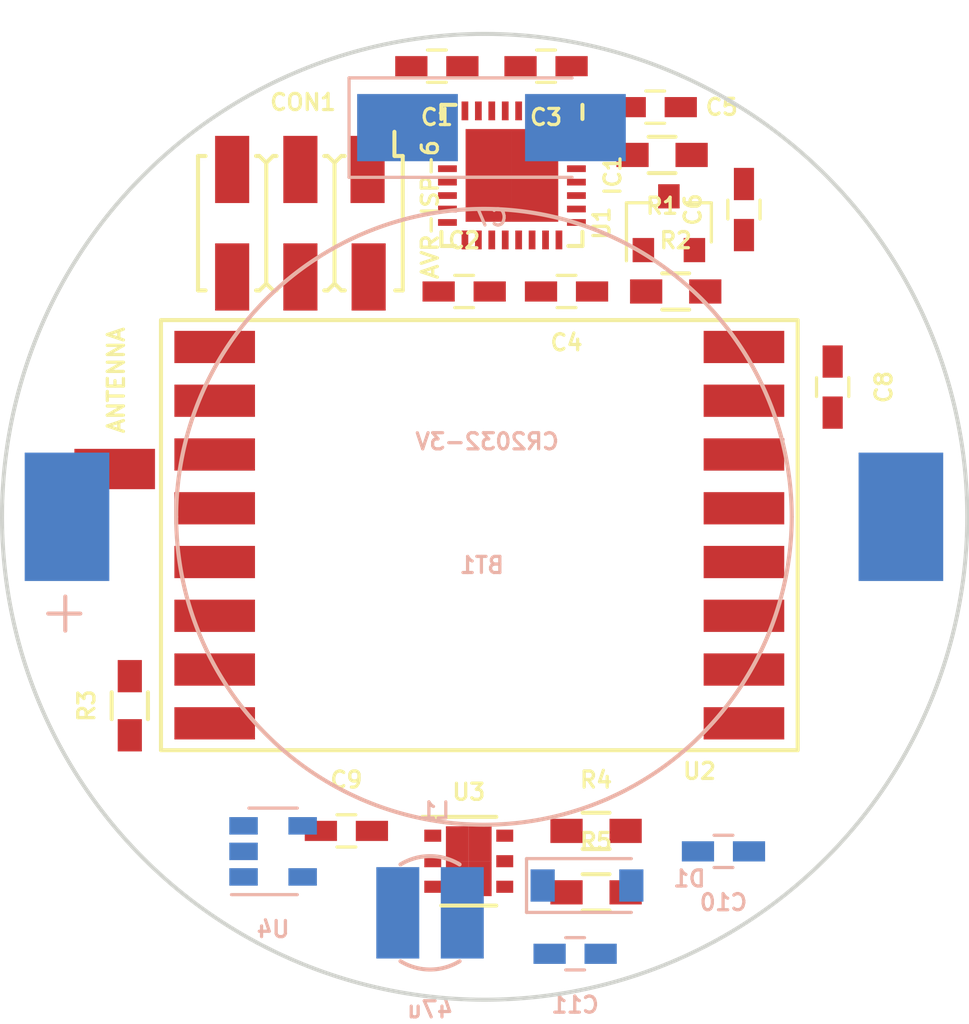
<source format=kicad_pcb>
(kicad_pcb (version 20160815) (host pcbnew no-vcs-found-7492~57~ubuntu16.04.1)

  (general
    (links 66)
    (no_connects 66)
    (area 98.800895 68.828895 134.879105 104.907105)
    (thickness 1.6)
    (drawings 1)
    (tracks 0)
    (zones 0)
    (modules 26)
    (nets 16)
  )

  (page A4)
  (layers
    (0 F.Cu signal)
    (31 B.Cu signal)
    (32 B.Adhes user)
    (33 F.Adhes user)
    (34 B.Paste user)
    (35 F.Paste user)
    (36 B.SilkS user)
    (37 F.SilkS user)
    (38 B.Mask user)
    (39 F.Mask user)
    (40 Dwgs.User user)
    (41 Cmts.User user)
    (42 Eco1.User user)
    (43 Eco2.User user)
    (44 Edge.Cuts user)
    (45 Margin user)
    (46 B.CrtYd user)
    (47 F.CrtYd user)
    (48 B.Fab user)
    (49 F.Fab user)
  )

  (setup
    (last_trace_width 0.25)
    (trace_clearance 0.25)
    (zone_clearance 0.508)
    (zone_45_only no)
    (trace_min 0.2)
    (segment_width 0.2)
    (edge_width 0.15)
    (via_size 0.8)
    (via_drill 0.4)
    (via_min_size 0.4)
    (via_min_drill 0.3)
    (uvia_size 0.3)
    (uvia_drill 0.1)
    (uvias_allowed no)
    (uvia_min_size 0.2)
    (uvia_min_drill 0.1)
    (pcb_text_width 0.3)
    (pcb_text_size 1.5 1.5)
    (mod_edge_width 0.15)
    (mod_text_size 0.6 0.6)
    (mod_text_width 0.12)
    (pad_size 1.524 1.524)
    (pad_drill 0.762)
    (pad_to_mask_clearance 0.2)
    (aux_axis_origin 0 0)
    (visible_elements FFFFFF7F)
    (pcbplotparams
      (layerselection 0x00030_ffffffff)
      (usegerberextensions false)
      (excludeedgelayer true)
      (linewidth 0.100000)
      (plotframeref false)
      (viasonmask false)
      (mode 1)
      (useauxorigin false)
      (hpglpennumber 1)
      (hpglpenspeed 20)
      (hpglpendiameter 15)
      (psnegative false)
      (psa4output false)
      (plotreference true)
      (plotvalue true)
      (plotinvisibletext false)
      (padsonsilk false)
      (subtractmaskfromsilk false)
      (outputformat 1)
      (mirror false)
      (drillshape 1)
      (scaleselection 1)
      (outputdirectory ""))
  )

  (net 0 "")
  (net 1 GND)
  (net 2 "Net-(C4-Pad2)")
  (net 3 /RST)
  (net 4 +3V3)
  (net 5 /MISO)
  (net 6 /SCK)
  (net 7 /MOSI)
  (net 8 /RFM69W_INT)
  (net 9 /RFM69W_SS)
  (net 10 "Net-(P1-Pad1)")
  (net 11 /ATSHA204A)
  (net 12 /V_BATT)
  (net 13 "Net-(D1-Pad2)")
  (net 14 /SI7021_SCL)
  (net 15 /SI7021_SDA)

  (net_class Default "This is the default net class."
    (clearance 0.25)
    (trace_width 0.25)
    (via_dia 0.8)
    (via_drill 0.4)
    (uvia_dia 0.3)
    (uvia_drill 0.1)
    (add_net +3V3)
    (add_net /ATSHA204A)
    (add_net /MISO)
    (add_net /MOSI)
    (add_net /RFM69W_INT)
    (add_net /RFM69W_SS)
    (add_net /RST)
    (add_net /SCK)
    (add_net /SI7021_SCL)
    (add_net /SI7021_SDA)
    (add_net /V_BATT)
    (add_net GND)
    (add_net "Net-(C4-Pad2)")
    (add_net "Net-(D1-Pad2)")
    (add_net "Net-(P1-Pad1)")
  )

  (module myfootprints:SDR0302 (layer B.Cu) (tedit 58823513) (tstamp 58823BC2)
    (at 114.808 101.6)
    (path /58827965)
    (attr smd)
    (fp_text reference L1 (at 0.2 -3.8) (layer B.SilkS)
      (effects (font (size 0.6 0.6) (thickness 0.12)) (justify mirror))
    )
    (fp_text value 47u (at 0 3.6) (layer B.SilkS)
      (effects (font (size 0.6 0.6) (thickness 0.12)) (justify mirror))
    )
    (fp_arc (start 0 0) (end 1.1 -1.8) (angle -62.85913123) (layer B.SilkS) (width 0.15))
    (fp_arc (start 0 0) (end -1.1 1.8) (angle -62.85913123) (layer B.SilkS) (width 0.15))
    (pad 1 smd rect (at -1.2 0) (size 1.6 3.4) (layers B.Cu B.Paste B.Mask)
      (net 12 /V_BATT))
    (pad 2 smd rect (at 1.2 0) (size 1.6 3.4) (layers B.Cu B.Paste B.Mask)
      (net 13 "Net-(D1-Pad2)"))
    (model ${KISYS3DMOD}/Inductors.3dshapes/SDR0302.wrl
      (at (xyz 0 0 0))
      (scale (xyz 1 1 1))
      (rotate (xyz 0 0 0))
    )
  )

  (module Capacitors_Tantalum_SMD:CP_Tantalum_Case-C_EIA-6032-28_Hand (layer B.Cu) (tedit 57B6E980) (tstamp 5882006C)
    (at 117.094 72.39)
    (descr "Tantalum capacitor, Case C, EIA 6032-28, 6.0x3.2x2.5mm, Hand soldering footprint")
    (tags "capacitor tantalum smd")
    (path /58822239)
    (attr smd)
    (fp_text reference C7 (at 0 3.35) (layer B.SilkS)
      (effects (font (size 0.6 0.6) (thickness 0.12)) (justify mirror))
    )
    (fp_text value 220u (at 0 -3.35) (layer B.Fab)
      (effects (font (size 0.6 0.6) (thickness 0.12)) (justify mirror))
    )
    (fp_line (start -5.4 2) (end -5.4 -2) (layer B.CrtYd) (width 0.05))
    (fp_line (start -5.4 -2) (end 5.4 -2) (layer B.CrtYd) (width 0.05))
    (fp_line (start 5.4 -2) (end 5.4 2) (layer B.CrtYd) (width 0.05))
    (fp_line (start 5.4 2) (end -5.4 2) (layer B.CrtYd) (width 0.05))
    (fp_line (start -3 1.6) (end -3 -1.6) (layer B.Fab) (width 0.1))
    (fp_line (start -3 -1.6) (end 3 -1.6) (layer B.Fab) (width 0.1))
    (fp_line (start 3 -1.6) (end 3 1.6) (layer B.Fab) (width 0.1))
    (fp_line (start 3 1.6) (end -3 1.6) (layer B.Fab) (width 0.1))
    (fp_line (start -2.4 1.6) (end -2.4 -1.6) (layer B.Fab) (width 0.1))
    (fp_line (start -2.1 1.6) (end -2.1 -1.6) (layer B.Fab) (width 0.1))
    (fp_line (start -5.3 1.85) (end 3 1.85) (layer B.SilkS) (width 0.12))
    (fp_line (start -5.3 -1.85) (end 3 -1.85) (layer B.SilkS) (width 0.12))
    (fp_line (start -5.3 1.85) (end -5.3 -1.85) (layer B.SilkS) (width 0.12))
    (pad 1 smd rect (at -3.125 0) (size 3.75 2.5) (layers B.Cu B.Paste B.Mask)
      (net 4 +3V3))
    (pad 2 smd rect (at 3.125 0) (size 3.75 2.5) (layers B.Cu B.Paste B.Mask)
      (net 1 GND))
    (model ${KISYS3DMOD}/Capacitors_Tantalum_SMD.3dshapes/TantalC_SizeC_EIA-6032_HandSoldering.wrl
      (at (xyz 0 0 0))
      (scale (xyz 1 1 1))
      (rotate (xyz 0 0 0))
    )
  )

  (module mysensors_radios:RFM69HW_SMD_Handsoldering (layer F.Cu) (tedit 558806AF) (tstamp 58820133)
    (at 125.092 94.55 180)
    (descr RFM69HW)
    (tags "RFM69HW, RF69")
    (path /587E1FFA)
    (fp_text reference U2 (at 0.254 -1.778 180) (layer F.SilkS)
      (effects (font (size 0.6 0.6) (thickness 0.12)))
    )
    (fp_text value RFM69W (at 8.382 7.112 180) (layer F.Fab) hide
      (effects (font (size 0.6 0.6) (thickness 0.12)))
    )
    (fp_line (start -3.4 -1) (end 20.3 -1) (layer B.CrtYd) (width 0.15))
    (fp_line (start -3.4 15) (end 20.3 15) (layer B.CrtYd) (width 0.15))
    (fp_line (start -3.4 -1) (end -3.4 15) (layer B.CrtYd) (width 0.15))
    (fp_line (start 20.3 -1) (end 20.3 15) (layer B.CrtYd) (width 0.15))
    (fp_line (start -3.4 -1) (end 20.3 -1) (layer F.CrtYd) (width 0.15))
    (fp_line (start -3.4 -1) (end -3.4 15) (layer F.CrtYd) (width 0.15))
    (fp_line (start 20.3 -1) (end 20.3 15) (layer F.CrtYd) (width 0.15))
    (fp_line (start -3.4 15) (end 20.3 15) (layer F.CrtYd) (width 0.15))
    (fp_line (start -3.4 -1) (end 20.3 -1) (layer F.SilkS) (width 0.15))
    (fp_line (start 20.3 -1) (end 20.3 15) (layer F.SilkS) (width 0.15))
    (fp_line (start 20.3 15) (end -3.4 15) (layer F.SilkS) (width 0.15))
    (fp_line (start -3.4 15) (end -3.4 -1) (layer F.SilkS) (width 0.15))
    (pad 16 smd rect (at 18.3 0 180) (size 3 1.2) (layers F.Cu F.Paste F.Mask))
    (pad 15 smd rect (at 18.3 2 180) (size 3 1.2) (layers F.Cu F.Paste F.Mask)
      (net 9 /RFM69W_SS))
    (pad 14 smd rect (at 18.3 4 180) (size 3 1.2) (layers F.Cu F.Paste F.Mask)
      (net 7 /MOSI))
    (pad 13 smd rect (at 18.3 6 180) (size 3 1.2) (layers F.Cu F.Paste F.Mask)
      (net 5 /MISO))
    (pad 12 smd rect (at 18.3 8 180) (size 3 1.2) (layers F.Cu F.Paste F.Mask)
      (net 6 /SCK))
    (pad 11 smd rect (at 18.3 10 180) (size 3 1.2) (layers F.Cu F.Paste F.Mask)
      (net 1 GND))
    (pad 10 smd rect (at 18.3 12 180) (size 3 1.2) (layers F.Cu F.Paste F.Mask)
      (net 10 "Net-(P1-Pad1)"))
    (pad 9 smd rect (at 18.3 14 180) (size 3 1.2) (layers F.Cu F.Paste F.Mask)
      (net 1 GND))
    (pad 8 smd rect (at -1.4 14 180) (size 3 1.2) (layers F.Cu F.Paste F.Mask)
      (net 4 +3V3))
    (pad 7 smd rect (at -1.4 12 180) (size 3 1.2) (layers F.Cu F.Paste F.Mask))
    (pad 6 smd rect (at -1.4 10 180) (size 3 1.2) (layers F.Cu F.Paste F.Mask))
    (pad 5 smd rect (at -1.4 8 180) (size 3 1.2) (layers F.Cu F.Paste F.Mask))
    (pad 4 smd rect (at -1.4 6 180) (size 3 1.2) (layers F.Cu F.Paste F.Mask))
    (pad 3 smd rect (at -1.4 4 180) (size 3 1.2) (layers F.Cu F.Paste F.Mask))
    (pad 2 smd rect (at -1.4 2 180) (size 3 1.2) (layers F.Cu F.Paste F.Mask)
      (net 8 /RFM69W_INT))
    (pad 1 smd rect (at -1.4 0 180) (size 3 1.2) (layers F.Cu F.Paste F.Mask))
    (model ${KISYS3DMOD}/Radio_Modules.3dshapes/RFM69W.wrl
      (at (xyz 0 0 0))
      (scale (xyz 1 1 1))
      (rotate (xyz 0 0 0))
    )
  )

  (module Capacitors_SMD:C_0603_HandSoldering (layer F.Cu) (tedit 541A9B4D) (tstamp 5882000C)
    (at 115.062 70.104 180)
    (descr "Capacitor SMD 0603, hand soldering")
    (tags "capacitor 0603")
    (path /575E8F9B)
    (attr smd)
    (fp_text reference C1 (at 0 -1.9 180) (layer F.SilkS)
      (effects (font (size 0.6 0.6) (thickness 0.12)))
    )
    (fp_text value 100n (at 0 1.9 180) (layer F.Fab)
      (effects (font (size 0.6 0.6) (thickness 0.12)))
    )
    (fp_line (start 0.35 0.6) (end -0.35 0.6) (layer F.SilkS) (width 0.12))
    (fp_line (start -0.35 -0.6) (end 0.35 -0.6) (layer F.SilkS) (width 0.12))
    (fp_line (start 1.85 -0.75) (end 1.85 0.75) (layer F.CrtYd) (width 0.05))
    (fp_line (start -1.85 -0.75) (end -1.85 0.75) (layer F.CrtYd) (width 0.05))
    (fp_line (start -1.85 0.75) (end 1.85 0.75) (layer F.CrtYd) (width 0.05))
    (fp_line (start -1.85 -0.75) (end 1.85 -0.75) (layer F.CrtYd) (width 0.05))
    (fp_line (start -0.8 -0.4) (end 0.8 -0.4) (layer F.Fab) (width 0.1))
    (fp_line (start 0.8 -0.4) (end 0.8 0.4) (layer F.Fab) (width 0.1))
    (fp_line (start 0.8 0.4) (end -0.8 0.4) (layer F.Fab) (width 0.1))
    (fp_line (start -0.8 0.4) (end -0.8 -0.4) (layer F.Fab) (width 0.1))
    (pad 2 smd rect (at 0.95 0 180) (size 1.2 0.75) (layers F.Cu F.Paste F.Mask)
      (net 1 GND))
    (pad 1 smd rect (at -0.95 0 180) (size 1.2 0.75) (layers F.Cu F.Paste F.Mask)
      (net 4 +3V3))
    (model Capacitors_SMD.3dshapes/C_0603_HandSoldering.wrl
      (at (xyz 0 0 0))
      (scale (xyz 1 1 1))
      (rotate (xyz 0 0 0))
    )
  )

  (module Capacitors_SMD:C_0603_HandSoldering (layer F.Cu) (tedit 541A9B4D) (tstamp 5882001C)
    (at 116.078 78.486)
    (descr "Capacitor SMD 0603, hand soldering")
    (tags "capacitor 0603")
    (path /575E8F25)
    (attr smd)
    (fp_text reference C2 (at 0 -1.9) (layer F.SilkS)
      (effects (font (size 0.6 0.6) (thickness 0.12)))
    )
    (fp_text value 100n (at 0 1.9) (layer F.Fab)
      (effects (font (size 0.6 0.6) (thickness 0.12)))
    )
    (fp_line (start -0.8 0.4) (end -0.8 -0.4) (layer F.Fab) (width 0.1))
    (fp_line (start 0.8 0.4) (end -0.8 0.4) (layer F.Fab) (width 0.1))
    (fp_line (start 0.8 -0.4) (end 0.8 0.4) (layer F.Fab) (width 0.1))
    (fp_line (start -0.8 -0.4) (end 0.8 -0.4) (layer F.Fab) (width 0.1))
    (fp_line (start -1.85 -0.75) (end 1.85 -0.75) (layer F.CrtYd) (width 0.05))
    (fp_line (start -1.85 0.75) (end 1.85 0.75) (layer F.CrtYd) (width 0.05))
    (fp_line (start -1.85 -0.75) (end -1.85 0.75) (layer F.CrtYd) (width 0.05))
    (fp_line (start 1.85 -0.75) (end 1.85 0.75) (layer F.CrtYd) (width 0.05))
    (fp_line (start -0.35 -0.6) (end 0.35 -0.6) (layer F.SilkS) (width 0.12))
    (fp_line (start 0.35 0.6) (end -0.35 0.6) (layer F.SilkS) (width 0.12))
    (pad 1 smd rect (at -0.95 0) (size 1.2 0.75) (layers F.Cu F.Paste F.Mask)
      (net 1 GND))
    (pad 2 smd rect (at 0.95 0) (size 1.2 0.75) (layers F.Cu F.Paste F.Mask)
      (net 4 +3V3))
    (model Capacitors_SMD.3dshapes/C_0603_HandSoldering.wrl
      (at (xyz 0 0 0))
      (scale (xyz 1 1 1))
      (rotate (xyz 0 0 0))
    )
  )

  (module Capacitors_SMD:C_0603_HandSoldering (layer F.Cu) (tedit 541A9B4D) (tstamp 5882002C)
    (at 119.126 70.104 180)
    (descr "Capacitor SMD 0603, hand soldering")
    (tags "capacitor 0603")
    (path /575E8FDA)
    (attr smd)
    (fp_text reference C3 (at 0 -1.9 180) (layer F.SilkS)
      (effects (font (size 0.6 0.6) (thickness 0.12)))
    )
    (fp_text value 100n (at 0 1.9 180) (layer F.Fab)
      (effects (font (size 0.6 0.6) (thickness 0.12)))
    )
    (fp_line (start -0.8 0.4) (end -0.8 -0.4) (layer F.Fab) (width 0.1))
    (fp_line (start 0.8 0.4) (end -0.8 0.4) (layer F.Fab) (width 0.1))
    (fp_line (start 0.8 -0.4) (end 0.8 0.4) (layer F.Fab) (width 0.1))
    (fp_line (start -0.8 -0.4) (end 0.8 -0.4) (layer F.Fab) (width 0.1))
    (fp_line (start -1.85 -0.75) (end 1.85 -0.75) (layer F.CrtYd) (width 0.05))
    (fp_line (start -1.85 0.75) (end 1.85 0.75) (layer F.CrtYd) (width 0.05))
    (fp_line (start -1.85 -0.75) (end -1.85 0.75) (layer F.CrtYd) (width 0.05))
    (fp_line (start 1.85 -0.75) (end 1.85 0.75) (layer F.CrtYd) (width 0.05))
    (fp_line (start -0.35 -0.6) (end 0.35 -0.6) (layer F.SilkS) (width 0.12))
    (fp_line (start 0.35 0.6) (end -0.35 0.6) (layer F.SilkS) (width 0.12))
    (pad 1 smd rect (at -0.95 0 180) (size 1.2 0.75) (layers F.Cu F.Paste F.Mask)
      (net 1 GND))
    (pad 2 smd rect (at 0.95 0 180) (size 1.2 0.75) (layers F.Cu F.Paste F.Mask)
      (net 4 +3V3))
    (model Capacitors_SMD.3dshapes/C_0603_HandSoldering.wrl
      (at (xyz 0 0 0))
      (scale (xyz 1 1 1))
      (rotate (xyz 0 0 0))
    )
  )

  (module Capacitors_SMD:C_0603_HandSoldering (layer F.Cu) (tedit 541A9B4D) (tstamp 5882003C)
    (at 119.888 78.486 180)
    (descr "Capacitor SMD 0603, hand soldering")
    (tags "capacitor 0603")
    (path /575E8444)
    (attr smd)
    (fp_text reference C4 (at 0 -1.9 180) (layer F.SilkS)
      (effects (font (size 0.6 0.6) (thickness 0.12)))
    )
    (fp_text value 100n (at 0 1.9 180) (layer F.Fab)
      (effects (font (size 0.6 0.6) (thickness 0.12)))
    )
    (fp_line (start 0.35 0.6) (end -0.35 0.6) (layer F.SilkS) (width 0.12))
    (fp_line (start -0.35 -0.6) (end 0.35 -0.6) (layer F.SilkS) (width 0.12))
    (fp_line (start 1.85 -0.75) (end 1.85 0.75) (layer F.CrtYd) (width 0.05))
    (fp_line (start -1.85 -0.75) (end -1.85 0.75) (layer F.CrtYd) (width 0.05))
    (fp_line (start -1.85 0.75) (end 1.85 0.75) (layer F.CrtYd) (width 0.05))
    (fp_line (start -1.85 -0.75) (end 1.85 -0.75) (layer F.CrtYd) (width 0.05))
    (fp_line (start -0.8 -0.4) (end 0.8 -0.4) (layer F.Fab) (width 0.1))
    (fp_line (start 0.8 -0.4) (end 0.8 0.4) (layer F.Fab) (width 0.1))
    (fp_line (start 0.8 0.4) (end -0.8 0.4) (layer F.Fab) (width 0.1))
    (fp_line (start -0.8 0.4) (end -0.8 -0.4) (layer F.Fab) (width 0.1))
    (pad 2 smd rect (at 0.95 0 180) (size 1.2 0.75) (layers F.Cu F.Paste F.Mask)
      (net 2 "Net-(C4-Pad2)"))
    (pad 1 smd rect (at -0.95 0 180) (size 1.2 0.75) (layers F.Cu F.Paste F.Mask)
      (net 1 GND))
    (model Capacitors_SMD.3dshapes/C_0603_HandSoldering.wrl
      (at (xyz 0 0 0))
      (scale (xyz 1 1 1))
      (rotate (xyz 0 0 0))
    )
  )

  (module Capacitors_SMD:C_0603_HandSoldering (layer F.Cu) (tedit 541A9B4D) (tstamp 5882004C)
    (at 123.19 71.628 180)
    (descr "Capacitor SMD 0603, hand soldering")
    (tags "capacitor 0603")
    (path /575EA846)
    (attr smd)
    (fp_text reference C5 (at -2.474 0 180) (layer F.SilkS)
      (effects (font (size 0.6 0.6) (thickness 0.12)))
    )
    (fp_text value 100n (at 0 1.9 180) (layer F.Fab)
      (effects (font (size 0.6 0.6) (thickness 0.12)))
    )
    (fp_line (start 0.35 0.6) (end -0.35 0.6) (layer F.SilkS) (width 0.12))
    (fp_line (start -0.35 -0.6) (end 0.35 -0.6) (layer F.SilkS) (width 0.12))
    (fp_line (start 1.85 -0.75) (end 1.85 0.75) (layer F.CrtYd) (width 0.05))
    (fp_line (start -1.85 -0.75) (end -1.85 0.75) (layer F.CrtYd) (width 0.05))
    (fp_line (start -1.85 0.75) (end 1.85 0.75) (layer F.CrtYd) (width 0.05))
    (fp_line (start -1.85 -0.75) (end 1.85 -0.75) (layer F.CrtYd) (width 0.05))
    (fp_line (start -0.8 -0.4) (end 0.8 -0.4) (layer F.Fab) (width 0.1))
    (fp_line (start 0.8 -0.4) (end 0.8 0.4) (layer F.Fab) (width 0.1))
    (fp_line (start 0.8 0.4) (end -0.8 0.4) (layer F.Fab) (width 0.1))
    (fp_line (start -0.8 0.4) (end -0.8 -0.4) (layer F.Fab) (width 0.1))
    (pad 2 smd rect (at 0.95 0 180) (size 1.2 0.75) (layers F.Cu F.Paste F.Mask)
      (net 3 /RST))
    (pad 1 smd rect (at -0.95 0 180) (size 1.2 0.75) (layers F.Cu F.Paste F.Mask)
      (net 1 GND))
    (model Capacitors_SMD.3dshapes/C_0603_HandSoldering.wrl
      (at (xyz 0 0 0))
      (scale (xyz 1 1 1))
      (rotate (xyz 0 0 0))
    )
  )

  (module Capacitors_SMD:C_0603_HandSoldering (layer F.Cu) (tedit 541A9B4D) (tstamp 5882005C)
    (at 126.492 75.438 90)
    (descr "Capacitor SMD 0603, hand soldering")
    (tags "capacitor 0603")
    (path /587E254A)
    (attr smd)
    (fp_text reference C6 (at 0 -1.9 90) (layer F.SilkS)
      (effects (font (size 0.6 0.6) (thickness 0.12)))
    )
    (fp_text value 100n (at 0 1.9 90) (layer F.Fab)
      (effects (font (size 0.6 0.6) (thickness 0.12)))
    )
    (fp_line (start 0.35 0.6) (end -0.35 0.6) (layer F.SilkS) (width 0.12))
    (fp_line (start -0.35 -0.6) (end 0.35 -0.6) (layer F.SilkS) (width 0.12))
    (fp_line (start 1.85 -0.75) (end 1.85 0.75) (layer F.CrtYd) (width 0.05))
    (fp_line (start -1.85 -0.75) (end -1.85 0.75) (layer F.CrtYd) (width 0.05))
    (fp_line (start -1.85 0.75) (end 1.85 0.75) (layer F.CrtYd) (width 0.05))
    (fp_line (start -1.85 -0.75) (end 1.85 -0.75) (layer F.CrtYd) (width 0.05))
    (fp_line (start -0.8 -0.4) (end 0.8 -0.4) (layer F.Fab) (width 0.1))
    (fp_line (start 0.8 -0.4) (end 0.8 0.4) (layer F.Fab) (width 0.1))
    (fp_line (start 0.8 0.4) (end -0.8 0.4) (layer F.Fab) (width 0.1))
    (fp_line (start -0.8 0.4) (end -0.8 -0.4) (layer F.Fab) (width 0.1))
    (pad 2 smd rect (at 0.95 0 90) (size 1.2 0.75) (layers F.Cu F.Paste F.Mask)
      (net 1 GND))
    (pad 1 smd rect (at -0.95 0 90) (size 1.2 0.75) (layers F.Cu F.Paste F.Mask)
      (net 4 +3V3))
    (model Capacitors_SMD.3dshapes/C_0603_HandSoldering.wrl
      (at (xyz 0 0 0))
      (scale (xyz 1 1 1))
      (rotate (xyz 0 0 0))
    )
  )

  (module myfootprints:AVR_ISP_SMT_Small_02x03 (layer F.Cu) (tedit 58734B48) (tstamp 58820093)
    (at 109.982 75.946 180)
    (descr "SMT pin header")
    (tags "SMT pin header")
    (path /587EC8D0)
    (attr smd)
    (fp_text reference CON1 (at -0.1 4.5 180) (layer F.SilkS)
      (effects (font (size 0.6 0.6) (thickness 0.12)))
    )
    (fp_text value AVR-ISP-6 (at -4.826 0.508 270) (layer F.SilkS)
      (effects (font (size 0.6 0.6) (thickness 0.12)))
    )
    (fp_line (start -3.5 2.5) (end -3.5 3.4) (layer F.SilkS) (width 0.15))
    (fp_line (start -4.05 3.6) (end 4.05 3.6) (layer F.CrtYd) (width 0.05))
    (fp_line (start 4.05 3.600162) (end 4.05 -3.600173) (layer F.CrtYd) (width 0.05))
    (fp_line (start 4.05 -3.6) (end -4.05 -3.6) (layer F.CrtYd) (width 0.05))
    (fp_line (start -4.05 -3.600173) (end -4.05 3.600162) (layer F.CrtYd) (width 0.05))
    (fp_line (start -1.27 2.25) (end -1.27 -2.25) (layer F.SilkS) (width 0.15))
    (fp_line (start 3.81 -2.5) (end 3.53 -2.5) (layer F.SilkS) (width 0.15))
    (fp_line (start 3.81 -2.5) (end 3.81 2.5) (layer F.SilkS) (width 0.15))
    (fp_line (start 3.81 2.5) (end 3.53 2.5) (layer F.SilkS) (width 0.15))
    (fp_line (start -3.81 2.5) (end -3.53 2.5) (layer F.SilkS) (width 0.15))
    (fp_line (start -3.81 -2.5) (end -3.81 2.5) (layer F.SilkS) (width 0.15))
    (fp_line (start -1.651 -2.5) (end -1.524 -2.5) (layer F.SilkS) (width 0.15))
    (fp_line (start -1.524 -2.5) (end -1.27 -2.246) (layer F.SilkS) (width 0.15))
    (fp_line (start -1.27 -2.246) (end -1.016 -2.5) (layer F.SilkS) (width 0.15))
    (fp_line (start -1.016 -2.5) (end -0.889 -2.5) (layer F.SilkS) (width 0.15))
    (fp_line (start -3.81 -2.5) (end -3.53 -2.5) (layer F.SilkS) (width 0.15))
    (fp_line (start 0.889 -2.5) (end 1.016 -2.5) (layer F.SilkS) (width 0.15))
    (fp_line (start -0.889 2.5) (end -1.016 2.5) (layer F.SilkS) (width 0.15))
    (fp_line (start 1.27 -2.246) (end 1.524 -2.5) (layer F.SilkS) (width 0.15))
    (fp_line (start -1.27 2.246) (end -1.524 2.5) (layer F.SilkS) (width 0.15))
    (fp_line (start 1.524 -2.5) (end 1.651 -2.5) (layer F.SilkS) (width 0.15))
    (fp_line (start -1.524 2.5) (end -1.651 2.5) (layer F.SilkS) (width 0.15))
    (fp_line (start 1.016 -2.5) (end 1.27 -2.246) (layer F.SilkS) (width 0.15))
    (fp_line (start -1.016 2.5) (end -1.27 2.246) (layer F.SilkS) (width 0.15))
    (fp_line (start 1.651 2.5) (end 1.524 2.5) (layer F.SilkS) (width 0.15))
    (fp_line (start 1.016 2.5) (end 0.889 2.5) (layer F.SilkS) (width 0.15))
    (fp_line (start 1.27 2.246) (end 1.016 2.5) (layer F.SilkS) (width 0.15))
    (fp_line (start 1.524 2.5) (end 1.27 2.246) (layer F.SilkS) (width 0.15))
    (fp_line (start 1.27 2.25) (end 1.27 -2.25) (layer F.SilkS) (width 0.15))
    (pad 1 smd rect (at -2.5 2 180) (size 1.27 2.5) (layers F.Cu F.Paste F.Mask)
      (net 5 /MISO))
    (pad 3 smd rect (at 0 2 180) (size 1.27 2.5) (layers F.Cu F.Paste F.Mask)
      (net 6 /SCK))
    (pad 5 smd rect (at 2.54 2 180) (size 1.27 2.5) (layers F.Cu F.Paste F.Mask)
      (net 3 /RST))
    (pad 6 smd rect (at 2.54 -2 180) (size 1.27 2.5) (layers F.Cu F.Paste F.Mask)
      (net 1 GND))
    (pad 4 smd rect (at 0 -2 180) (size 1.27 2.5) (layers F.Cu F.Paste F.Mask)
      (net 7 /MOSI))
    (pad 2 smd rect (at -2.54 -2 180) (size 1.27 2.5) (layers F.Cu F.Paste F.Mask)
      (net 4 +3V3))
    (model Pin_Headers.3dshapes/Pin_Header_Straight_SMT_02x03.wrl
      (at (xyz 0 0 0))
      (scale (xyz 1 1 1))
      (rotate (xyz 0 0 0))
    )
  )

  (module Housings_DFN_QFN:QFN-32-1EP_5x5mm_Pitch0.5mm (layer F.Cu) (tedit 54130A77) (tstamp 588200CB)
    (at 117.856 74.168 270)
    (descr "UH Package; 32-Lead Plastic QFN (5mm x 5mm); (see Linear Technology QFN_32_05-08-1693.pdf)")
    (tags "QFN 0.5")
    (path /587E03C9)
    (attr smd)
    (fp_text reference IC1 (at 0 -3.75 270) (layer F.SilkS)
      (effects (font (size 0.6 0.6) (thickness 0.12)))
    )
    (fp_text value ATMEGA328P-MU (at 0 3.75 270) (layer F.Fab)
      (effects (font (size 0.6 0.6) (thickness 0.12)))
    )
    (fp_line (start 2.625 -2.625) (end 2.1 -2.625) (layer F.SilkS) (width 0.15))
    (fp_line (start 2.625 2.625) (end 2.1 2.625) (layer F.SilkS) (width 0.15))
    (fp_line (start -2.625 2.625) (end -2.1 2.625) (layer F.SilkS) (width 0.15))
    (fp_line (start -2.625 -2.625) (end -2.1 -2.625) (layer F.SilkS) (width 0.15))
    (fp_line (start 2.625 2.625) (end 2.625 2.1) (layer F.SilkS) (width 0.15))
    (fp_line (start -2.625 2.625) (end -2.625 2.1) (layer F.SilkS) (width 0.15))
    (fp_line (start 2.625 -2.625) (end 2.625 -2.1) (layer F.SilkS) (width 0.15))
    (fp_line (start -3 3) (end 3 3) (layer F.CrtYd) (width 0.05))
    (fp_line (start -3 -3) (end 3 -3) (layer F.CrtYd) (width 0.05))
    (fp_line (start 3 -3) (end 3 3) (layer F.CrtYd) (width 0.05))
    (fp_line (start -3 -3) (end -3 3) (layer F.CrtYd) (width 0.05))
    (fp_line (start -2.5 -1.5) (end -1.5 -2.5) (layer F.Fab) (width 0.15))
    (fp_line (start -2.5 2.5) (end -2.5 -1.5) (layer F.Fab) (width 0.15))
    (fp_line (start 2.5 2.5) (end -2.5 2.5) (layer F.Fab) (width 0.15))
    (fp_line (start 2.5 -2.5) (end 2.5 2.5) (layer F.Fab) (width 0.15))
    (fp_line (start -1.5 -2.5) (end 2.5 -2.5) (layer F.Fab) (width 0.15))
    (pad 33 smd rect (at -0.8625 -0.8625 270) (size 1.725 1.725) (layers F.Cu F.Paste F.Mask)
      (solder_paste_margin_ratio -0.2))
    (pad 33 smd rect (at -0.8625 0.8625 270) (size 1.725 1.725) (layers F.Cu F.Paste F.Mask)
      (solder_paste_margin_ratio -0.2))
    (pad 33 smd rect (at 0.8625 -0.8625 270) (size 1.725 1.725) (layers F.Cu F.Paste F.Mask)
      (solder_paste_margin_ratio -0.2))
    (pad 33 smd rect (at 0.8625 0.8625 270) (size 1.725 1.725) (layers F.Cu F.Paste F.Mask)
      (solder_paste_margin_ratio -0.2))
    (pad 32 smd rect (at -1.75 -2.4) (size 0.7 0.25) (layers F.Cu F.Paste F.Mask)
      (net 8 /RFM69W_INT))
    (pad 31 smd rect (at -1.25 -2.4) (size 0.7 0.25) (layers F.Cu F.Paste F.Mask))
    (pad 30 smd rect (at -0.75 -2.4) (size 0.7 0.25) (layers F.Cu F.Paste F.Mask))
    (pad 29 smd rect (at -0.25 -2.4) (size 0.7 0.25) (layers F.Cu F.Paste F.Mask)
      (net 3 /RST))
    (pad 28 smd rect (at 0.25 -2.4) (size 0.7 0.25) (layers F.Cu F.Paste F.Mask)
      (net 14 /SI7021_SCL))
    (pad 27 smd rect (at 0.75 -2.4) (size 0.7 0.25) (layers F.Cu F.Paste F.Mask)
      (net 15 /SI7021_SDA))
    (pad 26 smd rect (at 1.25 -2.4) (size 0.7 0.25) (layers F.Cu F.Paste F.Mask)
      (net 11 /ATSHA204A))
    (pad 25 smd rect (at 1.75 -2.4) (size 0.7 0.25) (layers F.Cu F.Paste F.Mask))
    (pad 24 smd rect (at 2.4 -1.75 270) (size 0.7 0.25) (layers F.Cu F.Paste F.Mask))
    (pad 23 smd rect (at 2.4 -1.25 270) (size 0.7 0.25) (layers F.Cu F.Paste F.Mask))
    (pad 22 smd rect (at 2.4 -0.75 270) (size 0.7 0.25) (layers F.Cu F.Paste F.Mask))
    (pad 21 smd rect (at 2.4 -0.25 270) (size 0.7 0.25) (layers F.Cu F.Paste F.Mask)
      (net 1 GND))
    (pad 20 smd rect (at 2.4 0.25 270) (size 0.7 0.25) (layers F.Cu F.Paste F.Mask)
      (net 2 "Net-(C4-Pad2)"))
    (pad 19 smd rect (at 2.4 0.75 270) (size 0.7 0.25) (layers F.Cu F.Paste F.Mask))
    (pad 18 smd rect (at 2.4 1.25 270) (size 0.7 0.25) (layers F.Cu F.Paste F.Mask)
      (net 4 +3V3))
    (pad 17 smd rect (at 2.4 1.75 270) (size 0.7 0.25) (layers F.Cu F.Paste F.Mask)
      (net 6 /SCK))
    (pad 16 smd rect (at 1.75 2.4) (size 0.7 0.25) (layers F.Cu F.Paste F.Mask)
      (net 5 /MISO))
    (pad 15 smd rect (at 1.25 2.4) (size 0.7 0.25) (layers F.Cu F.Paste F.Mask)
      (net 7 /MOSI))
    (pad 14 smd rect (at 0.75 2.4) (size 0.7 0.25) (layers F.Cu F.Paste F.Mask)
      (net 9 /RFM69W_SS))
    (pad 13 smd rect (at 0.25 2.4) (size 0.7 0.25) (layers F.Cu F.Paste F.Mask))
    (pad 12 smd rect (at -0.25 2.4) (size 0.7 0.25) (layers F.Cu F.Paste F.Mask))
    (pad 11 smd rect (at -0.75 2.4) (size 0.7 0.25) (layers F.Cu F.Paste F.Mask))
    (pad 10 smd rect (at -1.25 2.4) (size 0.7 0.25) (layers F.Cu F.Paste F.Mask))
    (pad 9 smd rect (at -1.75 2.4) (size 0.7 0.25) (layers F.Cu F.Paste F.Mask))
    (pad 8 smd rect (at -2.4 1.75 270) (size 0.7 0.25) (layers F.Cu F.Paste F.Mask))
    (pad 7 smd rect (at -2.4 1.25 270) (size 0.7 0.25) (layers F.Cu F.Paste F.Mask))
    (pad 6 smd rect (at -2.4 0.75 270) (size 0.7 0.25) (layers F.Cu F.Paste F.Mask)
      (net 4 +3V3))
    (pad 5 smd rect (at -2.4 0.25 270) (size 0.7 0.25) (layers F.Cu F.Paste F.Mask)
      (net 1 GND))
    (pad 4 smd rect (at -2.4 -0.25 270) (size 0.7 0.25) (layers F.Cu F.Paste F.Mask)
      (net 4 +3V3))
    (pad 3 smd rect (at -2.4 -0.75 270) (size 0.7 0.25) (layers F.Cu F.Paste F.Mask)
      (net 1 GND))
    (pad 2 smd rect (at -2.4 -1.25 270) (size 0.7 0.25) (layers F.Cu F.Paste F.Mask))
    (pad 1 smd rect (at -2.4 -1.75 270) (size 0.7 0.25) (layers F.Cu F.Paste F.Mask))
    (model ${KISYS3DMOD}/Housings_DFN_QFN.3dshapes/qfn32_5x5_p05.wrl
      (at (xyz 0 0 0))
      (scale (xyz 1 1 1))
      (rotate (xyz 0 0 0))
    )
  )

  (module myfootprints:1pin_smd_2mm (layer F.Cu) (tedit 58807816) (tstamp 588200D0)
    (at 102.97 84.99 180)
    (path /5880175E)
    (fp_text reference P1 (at 0 0.5 180) (layer F.SilkS) hide
      (effects (font (size 0.6 0.6) (thickness 0.12)))
    )
    (fp_text value ANTENNA (at -0.154 3.202 270) (layer F.SilkS)
      (effects (font (size 0.6 0.6) (thickness 0.12)))
    )
    (pad 1 smd rect (at -0.1 -0.1 180) (size 3 1.5) (layers F.Cu F.Paste F.Mask)
      (net 10 "Net-(P1-Pad1)"))
  )

  (module Resistors_SMD:R_0603_HandSoldering (layer F.Cu) (tedit 58307AEF) (tstamp 588200E0)
    (at 123.444 73.406 180)
    (descr "Resistor SMD 0603, hand soldering")
    (tags "resistor 0603")
    (path /575E9FD3)
    (attr smd)
    (fp_text reference R1 (at 0 -1.9 180) (layer F.SilkS)
      (effects (font (size 0.6 0.6) (thickness 0.12)))
    )
    (fp_text value 10K (at -3.64 1.016 180) (layer F.Fab)
      (effects (font (size 0.6 0.6) (thickness 0.12)))
    )
    (fp_line (start -0.5 -0.675) (end 0.5 -0.675) (layer F.SilkS) (width 0.15))
    (fp_line (start 0.5 0.675) (end -0.5 0.675) (layer F.SilkS) (width 0.15))
    (fp_line (start 2 -0.8) (end 2 0.8) (layer F.CrtYd) (width 0.05))
    (fp_line (start -2 -0.8) (end -2 0.8) (layer F.CrtYd) (width 0.05))
    (fp_line (start -2 0.8) (end 2 0.8) (layer F.CrtYd) (width 0.05))
    (fp_line (start -2 -0.8) (end 2 -0.8) (layer F.CrtYd) (width 0.05))
    (fp_line (start -0.8 -0.4) (end 0.8 -0.4) (layer F.Fab) (width 0.1))
    (fp_line (start 0.8 -0.4) (end 0.8 0.4) (layer F.Fab) (width 0.1))
    (fp_line (start 0.8 0.4) (end -0.8 0.4) (layer F.Fab) (width 0.1))
    (fp_line (start -0.8 0.4) (end -0.8 -0.4) (layer F.Fab) (width 0.1))
    (pad 2 smd rect (at 1.1 0 180) (size 1.2 0.9) (layers F.Cu F.Paste F.Mask)
      (net 3 /RST))
    (pad 1 smd rect (at -1.1 0 180) (size 1.2 0.9) (layers F.Cu F.Paste F.Mask)
      (net 4 +3V3))
    (model Resistors_SMD.3dshapes/R_0603_HandSoldering.wrl
      (at (xyz 0 0 0))
      (scale (xyz 1 1 1))
      (rotate (xyz 0 0 0))
    )
  )

  (module Resistors_SMD:R_0603_HandSoldering (layer F.Cu) (tedit 58307AEF) (tstamp 588200F0)
    (at 123.952 78.486)
    (descr "Resistor SMD 0603, hand soldering")
    (tags "resistor 0603")
    (path /587E3BF3)
    (attr smd)
    (fp_text reference R2 (at 0 -1.9) (layer F.SilkS)
      (effects (font (size 0.6 0.6) (thickness 0.12)))
    )
    (fp_text value 1K (at 0 1.9) (layer F.Fab)
      (effects (font (size 0.6 0.6) (thickness 0.12)))
    )
    (fp_line (start -0.5 -0.675) (end 0.5 -0.675) (layer F.SilkS) (width 0.15))
    (fp_line (start 0.5 0.675) (end -0.5 0.675) (layer F.SilkS) (width 0.15))
    (fp_line (start 2 -0.8) (end 2 0.8) (layer F.CrtYd) (width 0.05))
    (fp_line (start -2 -0.8) (end -2 0.8) (layer F.CrtYd) (width 0.05))
    (fp_line (start -2 0.8) (end 2 0.8) (layer F.CrtYd) (width 0.05))
    (fp_line (start -2 -0.8) (end 2 -0.8) (layer F.CrtYd) (width 0.05))
    (fp_line (start -0.8 -0.4) (end 0.8 -0.4) (layer F.Fab) (width 0.1))
    (fp_line (start 0.8 -0.4) (end 0.8 0.4) (layer F.Fab) (width 0.1))
    (fp_line (start 0.8 0.4) (end -0.8 0.4) (layer F.Fab) (width 0.1))
    (fp_line (start -0.8 0.4) (end -0.8 -0.4) (layer F.Fab) (width 0.1))
    (pad 2 smd rect (at 1.1 0) (size 1.2 0.9) (layers F.Cu F.Paste F.Mask)
      (net 4 +3V3))
    (pad 1 smd rect (at -1.1 0) (size 1.2 0.9) (layers F.Cu F.Paste F.Mask)
      (net 11 /ATSHA204A))
    (model Resistors_SMD.3dshapes/R_0603_HandSoldering.wrl
      (at (xyz 0 0 0))
      (scale (xyz 1 1 1))
      (rotate (xyz 0 0 0))
    )
  )

  (module Resistors_SMD:R_0603_HandSoldering (layer F.Cu) (tedit 58307AEF) (tstamp 58820100)
    (at 103.632 93.896 90)
    (descr "Resistor SMD 0603, hand soldering")
    (tags "resistor 0603")
    (path /575ECDD9)
    (attr smd)
    (fp_text reference R3 (at 0 -1.608 90) (layer F.SilkS)
      (effects (font (size 0.6 0.6) (thickness 0.12)))
    )
    (fp_text value 56K (at 0 1.9 90) (layer F.Fab)
      (effects (font (size 0.6 0.6) (thickness 0.12)))
    )
    (fp_line (start -0.8 0.4) (end -0.8 -0.4) (layer F.Fab) (width 0.1))
    (fp_line (start 0.8 0.4) (end -0.8 0.4) (layer F.Fab) (width 0.1))
    (fp_line (start 0.8 -0.4) (end 0.8 0.4) (layer F.Fab) (width 0.1))
    (fp_line (start -0.8 -0.4) (end 0.8 -0.4) (layer F.Fab) (width 0.1))
    (fp_line (start -2 -0.8) (end 2 -0.8) (layer F.CrtYd) (width 0.05))
    (fp_line (start -2 0.8) (end 2 0.8) (layer F.CrtYd) (width 0.05))
    (fp_line (start -2 -0.8) (end -2 0.8) (layer F.CrtYd) (width 0.05))
    (fp_line (start 2 -0.8) (end 2 0.8) (layer F.CrtYd) (width 0.05))
    (fp_line (start 0.5 0.675) (end -0.5 0.675) (layer F.SilkS) (width 0.15))
    (fp_line (start -0.5 -0.675) (end 0.5 -0.675) (layer F.SilkS) (width 0.15))
    (pad 1 smd rect (at -1.1 0 90) (size 1.2 0.9) (layers F.Cu F.Paste F.Mask)
      (net 9 /RFM69W_SS))
    (pad 2 smd rect (at 1.1 0 90) (size 1.2 0.9) (layers F.Cu F.Paste F.Mask)
      (net 4 +3V3))
    (model Resistors_SMD.3dshapes/R_0603_HandSoldering.wrl
      (at (xyz 0 0 0))
      (scale (xyz 1 1 1))
      (rotate (xyz 0 0 0))
    )
  )

  (module TO_SOT_Packages_SMD:SOT-23 (layer F.Cu) (tedit 583F39EB) (tstamp 58820113)
    (at 123.698 75.946 90)
    (descr "SOT-23, Standard")
    (tags SOT-23)
    (path /587E20A4)
    (attr smd)
    (fp_text reference U1 (at 0 -2.5 90) (layer F.SilkS)
      (effects (font (size 0.6 0.6) (thickness 0.12)))
    )
    (fp_text value ATSHA204A (at 0 2.5 90) (layer F.Fab)
      (effects (font (size 0.6 0.6) (thickness 0.12)))
    )
    (fp_line (start 0.76 1.58) (end -0.7 1.58) (layer F.SilkS) (width 0.12))
    (fp_line (start -0.7 -1.52) (end -0.7 1.52) (layer F.Fab) (width 0.15))
    (fp_line (start -0.7 -1.52) (end 0.7 -1.52) (layer F.Fab) (width 0.15))
    (fp_line (start 0.76 -1.58) (end -1.4 -1.58) (layer F.SilkS) (width 0.12))
    (fp_line (start -1.7 1.75) (end -1.7 -1.75) (layer F.CrtYd) (width 0.05))
    (fp_line (start 1.7 1.75) (end -1.7 1.75) (layer F.CrtYd) (width 0.05))
    (fp_line (start 1.7 -1.75) (end 1.7 1.75) (layer F.CrtYd) (width 0.05))
    (fp_line (start -1.7 -1.75) (end 1.7 -1.75) (layer F.CrtYd) (width 0.05))
    (fp_line (start -0.7 1.52) (end 0.7 1.52) (layer F.Fab) (width 0.15))
    (fp_line (start 0.7 -1.52) (end 0.7 1.52) (layer F.Fab) (width 0.15))
    (fp_line (start 0.76 -1.58) (end 0.76 -0.65) (layer F.SilkS) (width 0.12))
    (fp_line (start 0.76 1.58) (end 0.76 0.65) (layer F.SilkS) (width 0.12))
    (pad 3 smd rect (at 1 0 90) (size 0.9 0.8) (layers F.Cu F.Paste F.Mask)
      (net 1 GND))
    (pad 2 smd rect (at -1 0.95 90) (size 0.9 0.8) (layers F.Cu F.Paste F.Mask)
      (net 4 +3V3))
    (pad 1 smd rect (at -1 -0.95 90) (size 0.9 0.8) (layers F.Cu F.Paste F.Mask)
      (net 11 /ATSHA204A))
    (model ${KISYS3DMOD}/SOT_Packages_SMD.3dshapes/SOT23-3.wrl
      (at (xyz 0 0 0))
      (scale (xyz 1 1 1))
      (rotate (xyz 0 0 0))
    )
  )

  (module myfootprints:CR2032_BATT-HOLDER_SMT_H2 (layer B.Cu) (tedit 58821976) (tstamp 58822D5C)
    (at 132.334 86.868)
    (path /588219F6)
    (attr smd)
    (fp_text reference BT1 (at -15.6 1.8) (layer B.SilkS)
      (effects (font (size 0.6 0.6) (thickness 0.12)) (justify mirror))
    )
    (fp_text value CR2032-3V (at -15.4 -2.8) (layer B.SilkS)
      (effects (font (size 0.6 0.6) (thickness 0.12)) (justify mirror))
    )
    (fp_arc (start -15.5194 0) (end -26.8478 0) (angle -180) (layer Dwgs.User) (width 0))
    (fp_arc (start -15.5194 0) (end -4.191 0) (angle -180) (layer Dwgs.User) (width 0))
    (fp_arc (start -15.5194 0) (end -26.9748 0) (angle -180) (layer B.SilkS) (width 0.1524))
    (fp_arc (start -15.5194 0) (end -4.064 0) (angle -180) (layer B.SilkS) (width 0.1524))
    (fp_line (start -31.1026 4.235) (end -31.1026 2.965) (layer B.SilkS) (width 0.1524))
    (fp_line (start -31.7376 3.6) (end -30.5438 3.6) (layer B.SilkS) (width 0.1524))
    (pad 2 smd rect (at 0 0 180) (size 3.1496 4.7752) (layers B.Cu B.Paste B.Mask)
      (net 1 GND))
    (pad 1 smd rect (at -31.0388 0) (size 3.1496 4.7752) (layers B.Cu B.Paste B.Mask)
      (net 4 +3V3))
    (model ${KISYS3DMOD}/Battery_Holders.3dshapes/cr2032_holder_smd_H2.wrl
      (at (xyz 0 0 0))
      (scale (xyz 1 1 1))
      (rotate (xyz 0 0 0))
    )
  )

  (module Capacitors_SMD:C_0603_HandSoldering (layer F.Cu) (tedit 541A9B4D) (tstamp 58822D6C)
    (at 129.794 82.042 270)
    (descr "Capacitor SMD 0603, hand soldering")
    (tags "capacitor 0603")
    (path /587DF8CC)
    (attr smd)
    (fp_text reference C8 (at 0 -1.9 270) (layer F.SilkS)
      (effects (font (size 0.6 0.6) (thickness 0.12)))
    )
    (fp_text value 22u (at 0 1.9 270) (layer F.Fab)
      (effects (font (size 0.6 0.6) (thickness 0.12)))
    )
    (fp_line (start 0.35 0.6) (end -0.35 0.6) (layer F.SilkS) (width 0.12))
    (fp_line (start -0.35 -0.6) (end 0.35 -0.6) (layer F.SilkS) (width 0.12))
    (fp_line (start 1.85 -0.75) (end 1.85 0.75) (layer F.CrtYd) (width 0.05))
    (fp_line (start -1.85 -0.75) (end -1.85 0.75) (layer F.CrtYd) (width 0.05))
    (fp_line (start -1.85 0.75) (end 1.85 0.75) (layer F.CrtYd) (width 0.05))
    (fp_line (start -1.85 -0.75) (end 1.85 -0.75) (layer F.CrtYd) (width 0.05))
    (fp_line (start -0.8 -0.4) (end 0.8 -0.4) (layer F.Fab) (width 0.1))
    (fp_line (start 0.8 -0.4) (end 0.8 0.4) (layer F.Fab) (width 0.1))
    (fp_line (start 0.8 0.4) (end -0.8 0.4) (layer F.Fab) (width 0.1))
    (fp_line (start -0.8 0.4) (end -0.8 -0.4) (layer F.Fab) (width 0.1))
    (pad 2 smd rect (at 0.95 0 270) (size 1.2 0.75) (layers F.Cu F.Paste F.Mask)
      (net 1 GND))
    (pad 1 smd rect (at -0.95 0 270) (size 1.2 0.75) (layers F.Cu F.Paste F.Mask)
      (net 4 +3V3))
    (model Capacitors_SMD.3dshapes/C_0603_HandSoldering.wrl
      (at (xyz 0 0 0))
      (scale (xyz 1 1 1))
      (rotate (xyz 0 0 0))
    )
  )

  (module Capacitors_SMD:C_0603_HandSoldering (layer F.Cu) (tedit 541A9B4D) (tstamp 58823B82)
    (at 111.694 98.552)
    (descr "Capacitor SMD 0603, hand soldering")
    (tags "capacitor 0603")
    (path /58822BC4)
    (attr smd)
    (fp_text reference C9 (at 0 -1.9) (layer F.SilkS)
      (effects (font (size 0.6 0.6) (thickness 0.12)))
    )
    (fp_text value 100n (at 0 1.9) (layer F.Fab)
      (effects (font (size 0.6 0.6) (thickness 0.12)))
    )
    (fp_line (start -0.8 0.4) (end -0.8 -0.4) (layer F.Fab) (width 0.1))
    (fp_line (start 0.8 0.4) (end -0.8 0.4) (layer F.Fab) (width 0.1))
    (fp_line (start 0.8 -0.4) (end 0.8 0.4) (layer F.Fab) (width 0.1))
    (fp_line (start -0.8 -0.4) (end 0.8 -0.4) (layer F.Fab) (width 0.1))
    (fp_line (start -1.85 -0.75) (end 1.85 -0.75) (layer F.CrtYd) (width 0.05))
    (fp_line (start -1.85 0.75) (end 1.85 0.75) (layer F.CrtYd) (width 0.05))
    (fp_line (start -1.85 -0.75) (end -1.85 0.75) (layer F.CrtYd) (width 0.05))
    (fp_line (start 1.85 -0.75) (end 1.85 0.75) (layer F.CrtYd) (width 0.05))
    (fp_line (start -0.35 -0.6) (end 0.35 -0.6) (layer F.SilkS) (width 0.12))
    (fp_line (start 0.35 0.6) (end -0.35 0.6) (layer F.SilkS) (width 0.12))
    (pad 1 smd rect (at -0.95 0) (size 1.2 0.75) (layers F.Cu F.Paste F.Mask)
      (net 4 +3V3))
    (pad 2 smd rect (at 0.95 0) (size 1.2 0.75) (layers F.Cu F.Paste F.Mask)
      (net 1 GND))
    (model Capacitors_SMD.3dshapes/C_0603_HandSoldering.wrl
      (at (xyz 0 0 0))
      (scale (xyz 1 1 1))
      (rotate (xyz 0 0 0))
    )
  )

  (module Capacitors_SMD:C_0603_HandSoldering (layer B.Cu) (tedit 541A9B4D) (tstamp 58823B92)
    (at 125.73 99.314)
    (descr "Capacitor SMD 0603, hand soldering")
    (tags "capacitor 0603")
    (path /588283BE)
    (attr smd)
    (fp_text reference C10 (at 0 1.9) (layer B.SilkS)
      (effects (font (size 0.6 0.6) (thickness 0.12)) (justify mirror))
    )
    (fp_text value 10u (at 0 -1.9) (layer B.Fab)
      (effects (font (size 0.6 0.6) (thickness 0.12)) (justify mirror))
    )
    (fp_line (start -0.8 -0.4) (end -0.8 0.4) (layer B.Fab) (width 0.1))
    (fp_line (start 0.8 -0.4) (end -0.8 -0.4) (layer B.Fab) (width 0.1))
    (fp_line (start 0.8 0.4) (end 0.8 -0.4) (layer B.Fab) (width 0.1))
    (fp_line (start -0.8 0.4) (end 0.8 0.4) (layer B.Fab) (width 0.1))
    (fp_line (start -1.85 0.75) (end 1.85 0.75) (layer B.CrtYd) (width 0.05))
    (fp_line (start -1.85 -0.75) (end 1.85 -0.75) (layer B.CrtYd) (width 0.05))
    (fp_line (start -1.85 0.75) (end -1.85 -0.75) (layer B.CrtYd) (width 0.05))
    (fp_line (start 1.85 0.75) (end 1.85 -0.75) (layer B.CrtYd) (width 0.05))
    (fp_line (start -0.35 0.6) (end 0.35 0.6) (layer B.SilkS) (width 0.12))
    (fp_line (start 0.35 -0.6) (end -0.35 -0.6) (layer B.SilkS) (width 0.12))
    (pad 1 smd rect (at -0.95 0) (size 1.2 0.75) (layers B.Cu B.Paste B.Mask)
      (net 1 GND))
    (pad 2 smd rect (at 0.95 0) (size 1.2 0.75) (layers B.Cu B.Paste B.Mask)
      (net 12 /V_BATT))
    (model Capacitors_SMD.3dshapes/C_0603_HandSoldering.wrl
      (at (xyz 0 0 0))
      (scale (xyz 1 1 1))
      (rotate (xyz 0 0 0))
    )
  )

  (module Capacitors_SMD:C_0603_HandSoldering (layer B.Cu) (tedit 541A9B4D) (tstamp 58823BA2)
    (at 120.208 103.124)
    (descr "Capacitor SMD 0603, hand soldering")
    (tags "capacitor 0603")
    (path /58829585)
    (attr smd)
    (fp_text reference C11 (at 0 1.9) (layer B.SilkS)
      (effects (font (size 0.6 0.6) (thickness 0.12)) (justify mirror))
    )
    (fp_text value 68u (at 0 -1.9) (layer B.Fab)
      (effects (font (size 0.6 0.6) (thickness 0.12)) (justify mirror))
    )
    (fp_line (start 0.35 -0.6) (end -0.35 -0.6) (layer B.SilkS) (width 0.12))
    (fp_line (start -0.35 0.6) (end 0.35 0.6) (layer B.SilkS) (width 0.12))
    (fp_line (start 1.85 0.75) (end 1.85 -0.75) (layer B.CrtYd) (width 0.05))
    (fp_line (start -1.85 0.75) (end -1.85 -0.75) (layer B.CrtYd) (width 0.05))
    (fp_line (start -1.85 -0.75) (end 1.85 -0.75) (layer B.CrtYd) (width 0.05))
    (fp_line (start -1.85 0.75) (end 1.85 0.75) (layer B.CrtYd) (width 0.05))
    (fp_line (start -0.8 0.4) (end 0.8 0.4) (layer B.Fab) (width 0.1))
    (fp_line (start 0.8 0.4) (end 0.8 -0.4) (layer B.Fab) (width 0.1))
    (fp_line (start 0.8 -0.4) (end -0.8 -0.4) (layer B.Fab) (width 0.1))
    (fp_line (start -0.8 -0.4) (end -0.8 0.4) (layer B.Fab) (width 0.1))
    (pad 2 smd rect (at 0.95 0) (size 1.2 0.75) (layers B.Cu B.Paste B.Mask)
      (net 4 +3V3))
    (pad 1 smd rect (at -0.95 0) (size 1.2 0.75) (layers B.Cu B.Paste B.Mask)
      (net 1 GND))
    (model Capacitors_SMD.3dshapes/C_0603_HandSoldering.wrl
      (at (xyz 0 0 0))
      (scale (xyz 1 1 1))
      (rotate (xyz 0 0 0))
    )
  )

  (module Diodes_SMD:D_SOD-123 (layer B.Cu) (tedit 58645DC7) (tstamp 58823BBA)
    (at 120.65 100.584)
    (descr SOD-123)
    (tags SOD-123)
    (path /58828DCD)
    (attr smd)
    (fp_text reference D1 (at 3.81 -0.254) (layer B.SilkS)
      (effects (font (size 0.6 0.6) (thickness 0.12)) (justify mirror))
    )
    (fp_text value 1N5819 (at 0 -2.1) (layer B.Fab)
      (effects (font (size 0.6 0.6) (thickness 0.12)) (justify mirror))
    )
    (fp_line (start -2.25 1) (end 1.65 1) (layer B.SilkS) (width 0.12))
    (fp_line (start -2.25 -1) (end 1.65 -1) (layer B.SilkS) (width 0.12))
    (fp_line (start -2.35 1.15) (end -2.35 -1.15) (layer B.CrtYd) (width 0.05))
    (fp_line (start 2.35 -1.15) (end -2.35 -1.15) (layer B.CrtYd) (width 0.05))
    (fp_line (start 2.35 1.15) (end 2.35 -1.15) (layer B.CrtYd) (width 0.05))
    (fp_line (start -2.35 1.15) (end 2.35 1.15) (layer B.CrtYd) (width 0.05))
    (fp_line (start -1.4 0.9) (end 1.4 0.9) (layer B.Fab) (width 0.1))
    (fp_line (start 1.4 0.9) (end 1.4 -0.9) (layer B.Fab) (width 0.1))
    (fp_line (start 1.4 -0.9) (end -1.4 -0.9) (layer B.Fab) (width 0.1))
    (fp_line (start -1.4 -0.9) (end -1.4 0.9) (layer B.Fab) (width 0.1))
    (fp_line (start -0.75 0) (end -0.35 0) (layer B.Fab) (width 0.1))
    (fp_line (start -0.35 0) (end -0.35 0.55) (layer B.Fab) (width 0.1))
    (fp_line (start -0.35 0) (end -0.35 -0.55) (layer B.Fab) (width 0.1))
    (fp_line (start -0.35 0) (end 0.25 0.4) (layer B.Fab) (width 0.1))
    (fp_line (start 0.25 0.4) (end 0.25 -0.4) (layer B.Fab) (width 0.1))
    (fp_line (start 0.25 -0.4) (end -0.35 0) (layer B.Fab) (width 0.1))
    (fp_line (start 0.25 0) (end 0.75 0) (layer B.Fab) (width 0.1))
    (fp_line (start -2.25 1) (end -2.25 -1) (layer B.SilkS) (width 0.12))
    (pad 2 smd rect (at 1.65 0) (size 0.9 1.2) (layers B.Cu B.Paste B.Mask)
      (net 13 "Net-(D1-Pad2)"))
    (pad 1 smd rect (at -1.65 0) (size 0.9 1.2) (layers B.Cu B.Paste B.Mask)
      (net 4 +3V3))
    (model ${KISYS3DMOD}/SOD_Packages_SMD.3dshapes/SOD123.wrl
      (at (xyz 0 0 0))
      (scale (xyz 1 1 1))
      (rotate (xyz 0 0 90))
    )
  )

  (module Resistors_SMD:R_0603_HandSoldering (layer F.Cu) (tedit 58307AEF) (tstamp 58823BD2)
    (at 120.988 98.552)
    (descr "Resistor SMD 0603, hand soldering")
    (tags "resistor 0603")
    (path /5882353A)
    (attr smd)
    (fp_text reference R4 (at 0 -1.9) (layer F.SilkS)
      (effects (font (size 0.6 0.6) (thickness 0.12)))
    )
    (fp_text value 10K (at 0 1.9) (layer F.Fab)
      (effects (font (size 0.6 0.6) (thickness 0.12)))
    )
    (fp_line (start -0.5 -0.675) (end 0.5 -0.675) (layer F.SilkS) (width 0.15))
    (fp_line (start 0.5 0.675) (end -0.5 0.675) (layer F.SilkS) (width 0.15))
    (fp_line (start 2 -0.8) (end 2 0.8) (layer F.CrtYd) (width 0.05))
    (fp_line (start -2 -0.8) (end -2 0.8) (layer F.CrtYd) (width 0.05))
    (fp_line (start -2 0.8) (end 2 0.8) (layer F.CrtYd) (width 0.05))
    (fp_line (start -2 -0.8) (end 2 -0.8) (layer F.CrtYd) (width 0.05))
    (fp_line (start -0.8 -0.4) (end 0.8 -0.4) (layer F.Fab) (width 0.1))
    (fp_line (start 0.8 -0.4) (end 0.8 0.4) (layer F.Fab) (width 0.1))
    (fp_line (start 0.8 0.4) (end -0.8 0.4) (layer F.Fab) (width 0.1))
    (fp_line (start -0.8 0.4) (end -0.8 -0.4) (layer F.Fab) (width 0.1))
    (pad 2 smd rect (at 1.1 0) (size 1.2 0.9) (layers F.Cu F.Paste F.Mask)
      (net 4 +3V3))
    (pad 1 smd rect (at -1.1 0) (size 1.2 0.9) (layers F.Cu F.Paste F.Mask)
      (net 14 /SI7021_SCL))
    (model Resistors_SMD.3dshapes/R_0603_HandSoldering.wrl
      (at (xyz 0 0 0))
      (scale (xyz 1 1 1))
      (rotate (xyz 0 0 0))
    )
  )

  (module Resistors_SMD:R_0603_HandSoldering (layer F.Cu) (tedit 58307AEF) (tstamp 58823BE2)
    (at 120.988 100.838)
    (descr "Resistor SMD 0603, hand soldering")
    (tags "resistor 0603")
    (path /58823232)
    (attr smd)
    (fp_text reference R5 (at 0 -1.9) (layer F.SilkS)
      (effects (font (size 0.6 0.6) (thickness 0.12)))
    )
    (fp_text value 10K (at 0 1.9) (layer F.Fab)
      (effects (font (size 0.6 0.6) (thickness 0.12)))
    )
    (fp_line (start -0.5 -0.675) (end 0.5 -0.675) (layer F.SilkS) (width 0.15))
    (fp_line (start 0.5 0.675) (end -0.5 0.675) (layer F.SilkS) (width 0.15))
    (fp_line (start 2 -0.8) (end 2 0.8) (layer F.CrtYd) (width 0.05))
    (fp_line (start -2 -0.8) (end -2 0.8) (layer F.CrtYd) (width 0.05))
    (fp_line (start -2 0.8) (end 2 0.8) (layer F.CrtYd) (width 0.05))
    (fp_line (start -2 -0.8) (end 2 -0.8) (layer F.CrtYd) (width 0.05))
    (fp_line (start -0.8 -0.4) (end 0.8 -0.4) (layer F.Fab) (width 0.1))
    (fp_line (start 0.8 -0.4) (end 0.8 0.4) (layer F.Fab) (width 0.1))
    (fp_line (start 0.8 0.4) (end -0.8 0.4) (layer F.Fab) (width 0.1))
    (fp_line (start -0.8 0.4) (end -0.8 -0.4) (layer F.Fab) (width 0.1))
    (pad 2 smd rect (at 1.1 0) (size 1.2 0.9) (layers F.Cu F.Paste F.Mask)
      (net 4 +3V3))
    (pad 1 smd rect (at -1.1 0) (size 1.2 0.9) (layers F.Cu F.Paste F.Mask)
      (net 15 /SI7021_SDA))
    (model Resistors_SMD.3dshapes/R_0603_HandSoldering.wrl
      (at (xyz 0 0 0))
      (scale (xyz 1 1 1))
      (rotate (xyz 0 0 0))
    )
  )

  (module Housings_DFN_QFN:DFN-6-1EP_3x3mm_Pitch0.95mm (layer F.Cu) (tedit 54130A77) (tstamp 58823BFB)
    (at 116.249 99.68)
    (descr "DFN6 3*3 MM, 0.95 PITCH; CASE 506AH-01 (see ON Semiconductor 506AH.PDF)")
    (tags "DFN 0.95")
    (path /588226F8)
    (attr smd)
    (fp_text reference U3 (at 0 -2.575) (layer F.SilkS)
      (effects (font (size 0.6 0.6) (thickness 0.12)))
    )
    (fp_text value Si7021 (at 0 2.575) (layer F.Fab)
      (effects (font (size 0.6 0.6) (thickness 0.12)))
    )
    (fp_line (start -1.73 -1.65) (end 1.025 -1.65) (layer F.SilkS) (width 0.15))
    (fp_line (start -1.025 1.65) (end 1.025 1.65) (layer F.SilkS) (width 0.15))
    (fp_line (start -1.9 1.85) (end 1.9 1.85) (layer F.CrtYd) (width 0.05))
    (fp_line (start -1.9 -1.85) (end 1.9 -1.85) (layer F.CrtYd) (width 0.05))
    (fp_line (start 1.9 -1.85) (end 1.9 1.85) (layer F.CrtYd) (width 0.05))
    (fp_line (start -1.9 -1.85) (end -1.9 1.85) (layer F.CrtYd) (width 0.05))
    (fp_line (start -1.5 -0.5) (end -0.5 -1.5) (layer F.Fab) (width 0.15))
    (fp_line (start -1.5 1.5) (end -1.5 -0.5) (layer F.Fab) (width 0.15))
    (fp_line (start 1.5 1.5) (end -1.5 1.5) (layer F.Fab) (width 0.15))
    (fp_line (start 1.5 -1.5) (end 1.5 1.5) (layer F.Fab) (width 0.15))
    (fp_line (start -0.5 -1.5) (end 1.5 -1.5) (layer F.Fab) (width 0.15))
    (pad 7 smd rect (at -0.425 -0.65) (size 0.85 1.3) (layers F.Cu F.Paste F.Mask)
      (solder_paste_margin_ratio -0.2))
    (pad 7 smd rect (at -0.425 0.65) (size 0.85 1.3) (layers F.Cu F.Paste F.Mask)
      (solder_paste_margin_ratio -0.2))
    (pad 7 smd rect (at 0.425 -0.65) (size 0.85 1.3) (layers F.Cu F.Paste F.Mask)
      (solder_paste_margin_ratio -0.2))
    (pad 7 smd rect (at 0.425 0.65) (size 0.85 1.3) (layers F.Cu F.Paste F.Mask)
      (solder_paste_margin_ratio -0.2))
    (pad 6 smd rect (at 1.34 -0.95) (size 0.63 0.45) (layers F.Cu F.Paste F.Mask)
      (net 14 /SI7021_SCL))
    (pad 5 smd rect (at 1.34 0) (size 0.63 0.45) (layers F.Cu F.Paste F.Mask)
      (net 4 +3V3))
    (pad 4 smd rect (at 1.34 0.95) (size 0.63 0.45) (layers F.Cu F.Paste F.Mask))
    (pad 3 smd rect (at -1.34 0.95) (size 0.63 0.45) (layers F.Cu F.Paste F.Mask))
    (pad 2 smd rect (at -1.34 0) (size 0.63 0.45) (layers F.Cu F.Paste F.Mask)
      (net 1 GND))
    (pad 1 smd rect (at -1.34 -0.95) (size 0.63 0.45) (layers F.Cu F.Paste F.Mask)
      (net 15 /SI7021_SDA))
    (model ${KISYS3DMOD}/Sensors.3dshapes/SHT21.wrl
      (at (xyz 0 0 0))
      (scale (xyz 1 1 1))
      (rotate (xyz 0 0 0))
    )
  )

  (module TO_SOT_Packages_SMD:SOT-23-5 (layer B.Cu) (tedit 583F3A3F) (tstamp 58823C0E)
    (at 108.966 99.314)
    (descr "5-pin SOT23 package")
    (tags SOT-23-5)
    (path /5882743B)
    (attr smd)
    (fp_text reference U4 (at 0 2.9) (layer B.SilkS)
      (effects (font (size 0.6 0.6) (thickness 0.12)) (justify mirror))
    )
    (fp_text value NCP1402 (at 0 -2.9) (layer B.Fab)
      (effects (font (size 0.6 0.6) (thickness 0.12)) (justify mirror))
    )
    (fp_line (start 0.9 1.55) (end 0.9 -1.55) (layer B.Fab) (width 0.15))
    (fp_line (start 0.9 -1.55) (end -0.9 -1.55) (layer B.Fab) (width 0.15))
    (fp_line (start -0.9 1.55) (end -0.9 -1.55) (layer B.Fab) (width 0.15))
    (fp_line (start 0.9 1.55) (end -0.9 1.55) (layer B.Fab) (width 0.15))
    (fp_line (start -1.9 -1.8) (end -1.9 1.8) (layer B.CrtYd) (width 0.05))
    (fp_line (start 1.9 -1.8) (end -1.9 -1.8) (layer B.CrtYd) (width 0.05))
    (fp_line (start 1.9 1.8) (end 1.9 -1.8) (layer B.CrtYd) (width 0.05))
    (fp_line (start -1.9 1.8) (end 1.9 1.8) (layer B.CrtYd) (width 0.05))
    (fp_line (start 0.9 1.61) (end -1.55 1.61) (layer B.SilkS) (width 0.12))
    (fp_line (start -0.9 -1.61) (end 0.9 -1.61) (layer B.SilkS) (width 0.12))
    (pad 5 smd rect (at 1.1 0.95) (size 1.06 0.65) (layers B.Cu B.Paste B.Mask)
      (net 13 "Net-(D1-Pad2)"))
    (pad 4 smd rect (at 1.1 -0.95) (size 1.06 0.65) (layers B.Cu B.Paste B.Mask)
      (net 1 GND))
    (pad 3 smd rect (at -1.1 -0.95) (size 1.06 0.65) (layers B.Cu B.Paste B.Mask))
    (pad 2 smd rect (at -1.1 0) (size 1.06 0.65) (layers B.Cu B.Paste B.Mask)
      (net 4 +3V3))
    (pad 1 smd rect (at -1.1 0.95) (size 1.06 0.65) (layers B.Cu B.Paste B.Mask)
      (net 4 +3V3))
    (model ${KISYS3DMOD}/SOT_Packages_SMD.3dshapes/SOT23-5.wrl
      (at (xyz 0 0 0))
      (scale (xyz 1 1 1))
      (rotate (xyz 0 0 0))
    )
  )

  (gr_circle (center 116.84 86.868) (end 131.826 96.774) (layer Edge.Cuts) (width 0.15))

)

</source>
